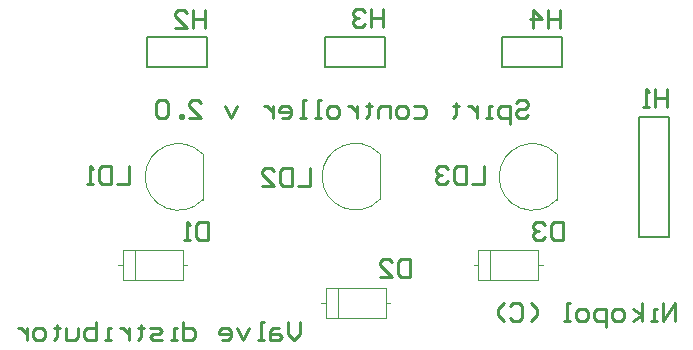
<source format=gbo>
%FSLAX24Y24*%
%MOIN*%
G70*
G01*
G75*
G04 Layer_Color=32896*
%ADD10R,0.0551X0.0374*%
%ADD11C,0.0197*%
%ADD12C,0.0394*%
G04:AMPARAMS|DCode=13|XSize=59.1mil|YSize=59.1mil|CornerRadius=0mil|HoleSize=0mil|Usage=FLASHONLY|Rotation=0.000|XOffset=0mil|YOffset=0mil|HoleType=Round|Shape=Octagon|*
%AMOCTAGOND13*
4,1,8,0.0295,-0.0148,0.0295,0.0148,0.0148,0.0295,-0.0148,0.0295,-0.0295,0.0148,-0.0295,-0.0148,-0.0148,-0.0295,0.0148,-0.0295,0.0295,-0.0148,0.0*
%
%ADD13OCTAGOND13*%

%ADD14C,0.0591*%
%ADD15C,0.0787*%
G04:AMPARAMS|DCode=16|XSize=78.7mil|YSize=78.7mil|CornerRadius=0mil|HoleSize=0mil|Usage=FLASHONLY|Rotation=180.000|XOffset=0mil|YOffset=0mil|HoleType=Round|Shape=Octagon|*
%AMOCTAGOND16*
4,1,8,-0.0394,0.0197,-0.0394,-0.0197,-0.0197,-0.0394,0.0197,-0.0394,0.0394,-0.0197,0.0394,0.0197,0.0197,0.0394,-0.0197,0.0394,-0.0394,0.0197,0.0*
%
%ADD16OCTAGOND16*%

%ADD17C,0.0079*%
%ADD18C,0.0100*%
%ADD19R,0.0632X0.0454*%
G04:AMPARAMS|DCode=20|XSize=67.1mil|YSize=67.1mil|CornerRadius=0mil|HoleSize=0mil|Usage=FLASHONLY|Rotation=0.000|XOffset=0mil|YOffset=0mil|HoleType=Round|Shape=Octagon|*
%AMOCTAGOND20*
4,1,8,0.0335,-0.0168,0.0335,0.0168,0.0168,0.0335,-0.0168,0.0335,-0.0335,0.0168,-0.0335,-0.0168,-0.0168,-0.0335,0.0168,-0.0335,0.0335,-0.0168,0.0*
%
%ADD20OCTAGOND20*%

%ADD21C,0.0671*%
%ADD22C,0.0868*%
G04:AMPARAMS|DCode=23|XSize=86.8mil|YSize=86.8mil|CornerRadius=0mil|HoleSize=0mil|Usage=FLASHONLY|Rotation=180.000|XOffset=0mil|YOffset=0mil|HoleType=Round|Shape=Octagon|*
%AMOCTAGOND23*
4,1,8,-0.0434,0.0217,-0.0434,-0.0217,-0.0217,-0.0434,0.0217,-0.0434,0.0434,-0.0217,0.0434,0.0217,0.0217,0.0434,-0.0217,0.0434,-0.0434,0.0217,0.0*
%
%ADD23OCTAGOND23*%

%ADD24C,0.0039*%
%ADD25C,0.0050*%
%ADD26C,0.0049*%
D18*
X27000Y18600D02*
X27100Y18700D01*
X27300D01*
X27400Y18600D01*
Y18500D01*
X27300Y18400D01*
X27100D01*
X27000Y18300D01*
Y18200D01*
X27100Y18100D01*
X27300D01*
X27400Y18200D01*
X26800Y17900D02*
Y18500D01*
X26500D01*
X26400Y18400D01*
Y18200D01*
X26500Y18100D01*
X26800D01*
X26200D02*
X26000D01*
X26100D01*
Y18500D01*
X26200D01*
X25701D02*
Y18100D01*
Y18300D01*
X25601Y18400D01*
X25501Y18500D01*
X25401D01*
X25001Y18600D02*
Y18500D01*
X25101D01*
X24901D01*
X25001D01*
Y18200D01*
X24901Y18100D01*
X23601Y18500D02*
X23901D01*
X24001Y18400D01*
Y18200D01*
X23901Y18100D01*
X23601D01*
X23301D02*
X23101D01*
X23001Y18200D01*
Y18400D01*
X23101Y18500D01*
X23301D01*
X23401Y18400D01*
Y18200D01*
X23301Y18100D01*
X22801D02*
Y18500D01*
X22502D01*
X22402Y18400D01*
Y18100D01*
X22102Y18600D02*
Y18500D01*
X22202D01*
X22002D01*
X22102D01*
Y18200D01*
X22002Y18100D01*
X21702Y18500D02*
Y18100D01*
Y18300D01*
X21602Y18400D01*
X21502Y18500D01*
X21402D01*
X21002Y18100D02*
X20802D01*
X20702Y18200D01*
Y18400D01*
X20802Y18500D01*
X21002D01*
X21102Y18400D01*
Y18200D01*
X21002Y18100D01*
X20502D02*
X20302D01*
X20402D01*
Y18700D01*
X20502D01*
X20002Y18100D02*
X19802D01*
X19902D01*
Y18700D01*
X20002D01*
X19203Y18100D02*
X19403D01*
X19503Y18200D01*
Y18400D01*
X19403Y18500D01*
X19203D01*
X19103Y18400D01*
Y18300D01*
X19503D01*
X18903Y18500D02*
Y18100D01*
Y18300D01*
X18803Y18400D01*
X18703Y18500D01*
X18603D01*
X17703D02*
X17503Y18100D01*
X17303Y18500D01*
X16104Y18100D02*
X16504D01*
X16104Y18500D01*
Y18600D01*
X16204Y18700D01*
X16404D01*
X16504Y18600D01*
X15904Y18100D02*
Y18200D01*
X15804D01*
Y18100D01*
X15904D01*
X15404Y18600D02*
X15304Y18700D01*
X15104D01*
X15004Y18600D01*
Y18200D01*
X15104Y18100D01*
X15304D01*
X15404Y18200D01*
Y18600D01*
X19800Y11300D02*
Y10900D01*
X19600Y10700D01*
X19400Y10900D01*
Y11300D01*
X19100Y11100D02*
X18900D01*
X18800Y11000D01*
Y10700D01*
X19100D01*
X19200Y10800D01*
X19100Y10900D01*
X18800D01*
X18600Y10700D02*
X18400D01*
X18500D01*
Y11300D01*
X18600D01*
X18101Y11100D02*
X17901Y10700D01*
X17701Y11100D01*
X17201Y10700D02*
X17401D01*
X17501Y10800D01*
Y11000D01*
X17401Y11100D01*
X17201D01*
X17101Y11000D01*
Y10900D01*
X17501D01*
X15901Y11300D02*
Y10700D01*
X16201D01*
X16301Y10800D01*
Y11000D01*
X16201Y11100D01*
X15901D01*
X15701Y10700D02*
X15501D01*
X15601D01*
Y11100D01*
X15701D01*
X15201Y10700D02*
X14902D01*
X14802Y10800D01*
X14902Y10900D01*
X15102D01*
X15201Y11000D01*
X15102Y11100D01*
X14802D01*
X14502Y11200D02*
Y11100D01*
X14602D01*
X14402D01*
X14502D01*
Y10800D01*
X14402Y10700D01*
X14102Y11100D02*
Y10700D01*
Y10900D01*
X14002Y11000D01*
X13902Y11100D01*
X13802D01*
X13502Y10700D02*
X13302D01*
X13402D01*
Y11100D01*
X13502D01*
X13002Y11300D02*
Y10700D01*
X12702D01*
X12602Y10800D01*
Y10900D01*
Y11000D01*
X12702Y11100D01*
X13002D01*
X12402D02*
Y10800D01*
X12302Y10700D01*
X12003D01*
Y11100D01*
X11703Y11200D02*
Y11100D01*
X11803D01*
X11603D01*
X11703D01*
Y10800D01*
X11603Y10700D01*
X11203D02*
X11003D01*
X10903Y10800D01*
Y11000D01*
X11003Y11100D01*
X11203D01*
X11303Y11000D01*
Y10800D01*
X11203Y10700D01*
X10703Y11100D02*
Y10700D01*
Y10900D01*
X10603Y11000D01*
X10503Y11100D01*
X10403D01*
X32300Y11350D02*
Y11950D01*
X31900Y11350D01*
Y11950D01*
X31700Y11350D02*
X31500D01*
X31600D01*
Y11750D01*
X31700D01*
X31200Y11350D02*
Y11950D01*
Y11550D02*
X30900Y11750D01*
X31200Y11550D02*
X30900Y11350D01*
X30501D02*
X30301D01*
X30201Y11450D01*
Y11650D01*
X30301Y11750D01*
X30501D01*
X30601Y11650D01*
Y11450D01*
X30501Y11350D01*
X30001Y11150D02*
Y11750D01*
X29701D01*
X29601Y11650D01*
Y11450D01*
X29701Y11350D01*
X30001D01*
X29301D02*
X29101D01*
X29001Y11450D01*
Y11650D01*
X29101Y11750D01*
X29301D01*
X29401Y11650D01*
Y11450D01*
X29301Y11350D01*
X28801D02*
X28601D01*
X28701D01*
Y11950D01*
X28801D01*
X27502Y11350D02*
X27701Y11550D01*
Y11750D01*
X27502Y11950D01*
X26802Y11850D02*
X26902Y11950D01*
X27102D01*
X27202Y11850D01*
Y11450D01*
X27102Y11350D01*
X26902D01*
X26802Y11450D01*
X26602Y11350D02*
X26402Y11550D01*
Y11750D01*
X26602Y11950D01*
X16730Y14640D02*
Y14040D01*
X16430D01*
X16330Y14140D01*
Y14540D01*
X16430Y14640D01*
X16730D01*
X16130Y14040D02*
X15930D01*
X16030D01*
Y14640D01*
X16130Y14540D01*
X23484Y13390D02*
Y12790D01*
X23184D01*
X23084Y12890D01*
Y13290D01*
X23184Y13390D01*
X23484D01*
X22484Y12790D02*
X22884D01*
X22484Y13190D01*
Y13290D01*
X22584Y13390D01*
X22784D01*
X22884Y13290D01*
X28580Y14640D02*
Y14040D01*
X28280D01*
X28180Y14140D01*
Y14540D01*
X28280Y14640D01*
X28580D01*
X27980Y14540D02*
X27880Y14640D01*
X27680D01*
X27580Y14540D01*
Y14440D01*
X27680Y14340D01*
X27780D01*
X27680D01*
X27580Y14240D01*
Y14140D01*
X27680Y14040D01*
X27880D01*
X27980Y14140D01*
X32020Y19080D02*
Y18480D01*
Y18780D01*
X31620D01*
Y19080D01*
Y18480D01*
X31420D02*
X31220D01*
X31320D01*
Y19080D01*
X31420Y18980D01*
X28480Y21720D02*
Y21120D01*
Y21420D01*
X28080D01*
Y21720D01*
Y21120D01*
X27580D02*
Y21720D01*
X27880Y21420D01*
X27480D01*
X22580Y21730D02*
Y21130D01*
Y21430D01*
X22180D01*
Y21730D01*
Y21130D01*
X21980Y21630D02*
X21880Y21730D01*
X21680D01*
X21580Y21630D01*
Y21530D01*
X21680Y21430D01*
X21780D01*
X21680D01*
X21580Y21330D01*
Y21230D01*
X21680Y21130D01*
X21880D01*
X21980Y21230D01*
X16620Y21720D02*
Y21120D01*
Y21420D01*
X16220D01*
Y21720D01*
Y21120D01*
X15620D02*
X16020D01*
X15620Y21520D01*
Y21620D01*
X15720Y21720D01*
X15920D01*
X16020Y21620D01*
X14100Y16500D02*
Y15900D01*
X13700D01*
X13500Y16500D02*
Y15900D01*
X13200D01*
X13100Y16000D01*
Y16400D01*
X13200Y16500D01*
X13500D01*
X12900Y15900D02*
X12700D01*
X12800D01*
Y16500D01*
X12900Y16400D01*
X20150Y16450D02*
Y15850D01*
X19750D01*
X19550Y16450D02*
Y15850D01*
X19250D01*
X19150Y15950D01*
Y16350D01*
X19250Y16450D01*
X19550D01*
X18551Y15850D02*
X18950D01*
X18551Y16250D01*
Y16350D01*
X18650Y16450D01*
X18850D01*
X18950Y16350D01*
X25950Y16500D02*
Y15900D01*
X25550D01*
X25350Y16500D02*
Y15900D01*
X25050D01*
X24950Y16000D01*
Y16400D01*
X25050Y16500D01*
X25350D01*
X24750Y16400D02*
X24650Y16500D01*
X24450D01*
X24351Y16400D01*
Y16300D01*
X24450Y16200D01*
X24550D01*
X24450D01*
X24351Y16100D01*
Y16000D01*
X24450Y15900D01*
X24650D01*
X24750Y16000D01*
D24*
X16561Y16902D02*
G03*
X16561Y15381I-811J-761D01*
G01*
X22461Y16911D02*
G03*
X22461Y15389I-811J-761D01*
G01*
X28361Y16902D02*
G03*
X28361Y15381I-811J-761D01*
G01*
X16561Y15381D02*
Y16902D01*
X22461Y15389D02*
Y16911D01*
X28361Y15381D02*
Y16902D01*
D25*
X14700Y19800D02*
X16700D01*
Y20800D01*
X14700D02*
X16700D01*
X14700Y19800D02*
Y20800D01*
X26550Y19800D02*
X28550D01*
Y20800D01*
X26550D02*
X28550D01*
X26550Y19800D02*
Y20800D01*
X20650Y19800D02*
X22650D01*
Y20800D01*
X20650D02*
X22650D01*
X20650Y19800D02*
Y20800D01*
X31100Y18150D02*
X32100D01*
X31100Y14150D02*
Y18150D01*
X32100Y14150D02*
Y18150D01*
X31100Y14150D02*
X32100D01*
D26*
X13900Y13700D02*
X15900D01*
X13750Y13200D02*
X13900D01*
X15900D02*
X16050D01*
X14300Y12700D02*
Y13700D01*
X13900Y12700D02*
Y13700D01*
Y12700D02*
X15900D01*
Y13700D01*
X20654Y12450D02*
X22654D01*
X20504Y11950D02*
X20654D01*
X22654D02*
X22804D01*
X21054Y11450D02*
Y12450D01*
X20654Y11450D02*
Y12450D01*
Y11450D02*
X22654D01*
Y12450D01*
X25750Y13700D02*
X27750D01*
X25600Y13200D02*
X25750D01*
X27750D02*
X27900D01*
X26150Y12700D02*
Y13700D01*
X25750Y12700D02*
Y13700D01*
Y12700D02*
X27750D01*
Y13700D01*
M02*

</source>
